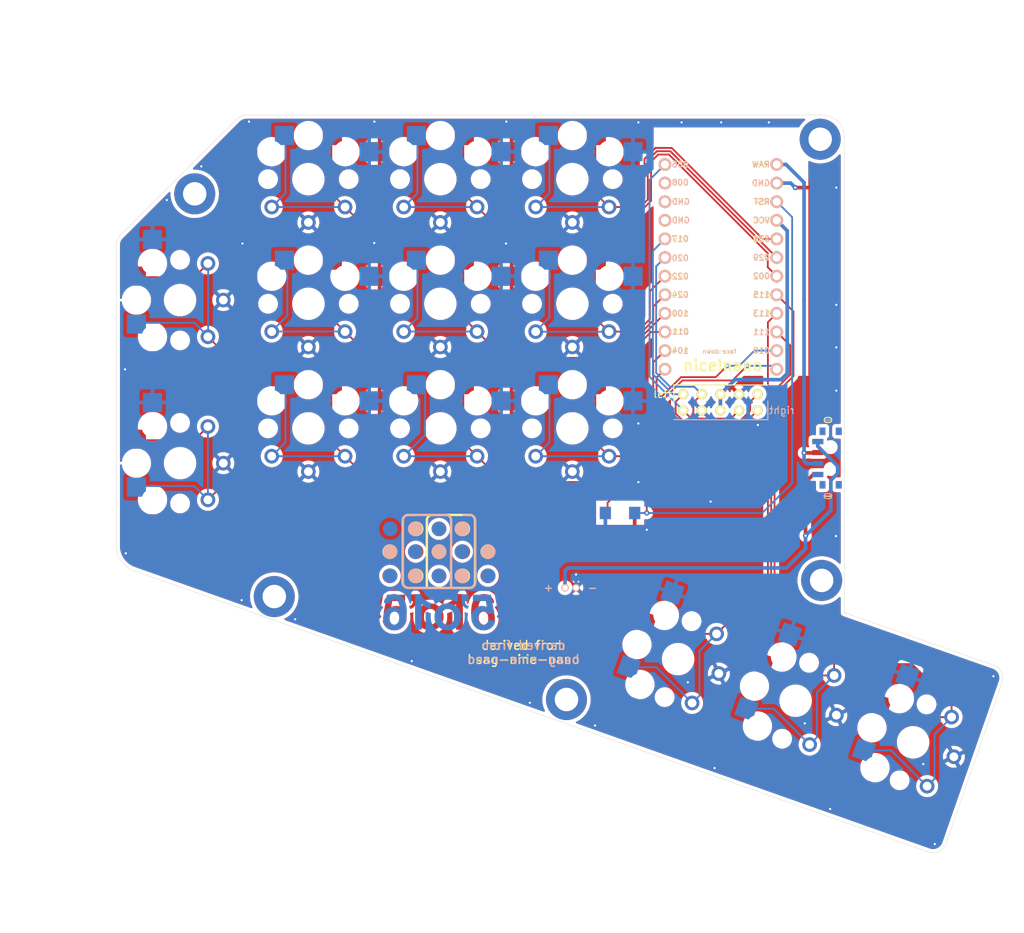
<source format=kicad_pcb>
(kicad_pcb (version 20211014) (generator pcbnew)
  (title_block (title "5o17 Nice Nano") (date "2022-11-12") (rev "v1.17.0"))
  (layers (0 "F.Cu" signal) (31 "B.Cu" signal) (34 "B.Paste" user) (35 "F.Paste" user) (36 "B.SilkS" user "B.Silkscreen") (37 "F.SilkS" user "F.Silkscreen") (38 "B.Mask" user) (39 "F.Mask" user) (44 "Edge.Cuts" user))
  (net 0 "")
  (net 1 "BAT+")
  (net 2 "GND")
  (net 3 "MOSI")
  (net 4 "SCK")
  (net 5 "VCC")
  (net 6 "CS")
  (net 7 "RST")
  (net 8 "D14")
  (net 9 "D5")
  (net 10 "D6")
  (net 11 "D15")
  (net 12 "BATIN")
  (net 13 "D21")
  (net 14 "D20")
  (net 15 "D19")
  (net 17 "D8")
  (net 18 "D7")
  (net 21 "D4")
  (net 22 "D9")
  (net 23 "D10")
  (net 24 "D11")
  (net 25 "D16")
  (footprint "MountingHole:MountingHole_3.2mm_M3_DIN965_Pad" (layer "F.Cu") (at 97.066955 61.038124)
    (fp_text reference "REF**" hide)
    (fp_text value "MountingHole_3.2mm_M3_DIN965_Pad" hide)
  )
  (footprint "MountingHole:MountingHole_3.2mm_M3_DIN965_Pad" (layer "F.Cu") (at 147.766954 130.038124)
    (fp_text reference "REF**" hide)
    (fp_text value "MountingHole_3.2mm_M3_DIN965_Pad" hide)
  )
  (footprint "footprints:OLED_5Pin" (layer "F.Cu") (at 163.676954 90.583124)
    (fp_text reference "J3" hide)
    (fp_text value "nice!view" hide)
  )
  (footprint "footprints:pg1350-rev-hs-1U" (layer "F.Cu") (at 112.566953 59.038124)
    (fp_text reference "SW2" hide)
    (fp_text value "SW_Push" hide)
  )
  (footprint "footprints:pg1350-rev-hs-1U" (layer "F.Cu") (at 148.566954 59.038124)
    (fp_text reference "SW4" hide)
    (fp_text value "SW_Push" hide)
  )
  (footprint "footprints:pg1350-rev-hs-1.25U" (layer "F.Cu") (at 95.066954 97.788124)
    (fp_text reference "SW8" hide)
    (fp_text value "SW_Push" hide)
  )
  (footprint "footprints:pwr-sw-smd-pcm12" (layer "F.Cu") (at 183.466953 97.088124 90)
    (fp_text reference "SWF1" hide)
    (fp_text value "Power on/off switch" hide)
  )
  (footprint "footprints:JST-ZH-2p-1.5" (layer "F.Cu") (at 148.316954 114.788124)
    (fp_text reference "J1" hide)
    (fp_text value "JST connector" hide)
  )
  (footprint "footprints:pg1350-rev-hs-1.25U" (layer "F.Cu") (at 179.009857 130.202239 -19.5)
    (fp_text reference "SW13" hide)
    (fp_text value "SW_Push" hide)
  )
  (footprint "MountingHole:MountingHole_3.2mm_M3_DIN965_Pad" (layer "F.Cu") (at 182.566953 113.788124)
    (fp_text reference "REF**" hide)
    (fp_text value "MountingHole_3.2mm_M3_DIN965_Pad" hide)
  )
  (footprint "footprints:pg1350-rev-hs-1U" (layer "F.Cu") (at 112.566953 93.038124)
    (fp_text reference "SW9" hide)
    (fp_text value "SW_Push" hide)
  )
  (footprint "footprints:pg1350-rev-hs-1U" (layer "F.Cu") (at 130.566955 76.038123)
    (fp_text reference "SW6" hide)
    (fp_text value "SW_Push" hide)
  )
  (footprint "footprints:b3u1000p" (layer "F.Cu") (at 155.066953 104.588124 180)
    (fp_text reference "RESET1" hide)
    (fp_text value "SW_Push" hide)
  )
  (footprint "MountingHole:MountingHole_3.2mm_M3_DIN965_Pad" (layer "F.Cu") (at 107.916954 115.988124)
    (fp_text reference "REF**" hide)
    (fp_text value "MountingHole_3.2mm_M3_DIN965_Pad" hide)
  )
  (footprint "footprints:pg1350-rev-hs-1U" (layer "F.Cu") (at 95.066954 75.538123 90)
    (fp_text reference "SW1" hide)
    (fp_text value "SW_Push" hide)
  )
  (footprint "MountingHole:MountingHole_3.2mm_M3_DIN965_Pad" (layer "F.Cu") (at 182.366954 53.588124)
    (fp_text reference "REF**" hide)
    (fp_text value "MountingHole_3.2mm_M3_DIN965_Pad" hide)
  )
  (footprint "footprints:pg1350-rev-hs-1U" (layer "F.Cu") (at 148.566953 76.038123)
    (fp_text reference "SW7" hide)
    (fp_text value "SW_Push" hide)
  )
  (footprint "footprints:nine-silk" (layer "F.Cu") (at 138 110)
    (fp_text reference "G***" hide)
    (fp_text value "LOGO" hide)
  )
  (footprint "footprints:pg1350-rev-hs-1U" (layer "F.Cu") (at 148.566953 93.038124)
    (fp_text reference "SW11" hide)
    (fp_text value "SW_Push" hide)
  )
  (footprint "footprints:pg1350-rev-hs-1.25U" (layer "F.Cu") (at 195.034763 135.876956 -19.5)
    (fp_text reference "SW13" hide)
    (fp_text value "SW_Push" hide)
  )
  (footprint "footprints:OLED_5Pin" (layer "F.Cu") (at 163.676954 88.383124)
    (fp_text reference "J2" hide)
    (fp_text value "nice!view" hide)
  )
  (footprint "footprints:nice-nano-no-rev" (layer "F.Cu") (at 168.816953 69.738124)
    (fp_text reference "U1" hide)
    (fp_text value "nice_nano" hide)
  )
  (footprint "footprints:pg1350-rev-hs-1U" (layer "F.Cu") (at 130.566953 93.038124)
    (fp_text reference "SW10" hide)
    (fp_text value "SW_Push" hide)
  )
  (footprint "footprints:pg1350-rev-hs-1U" (layer "F.Cu") (at 130.566953 59.038124)
    (fp_text reference "SW3" hide)
    (fp_text value "SW_Push" hide)
  )
  (footprint "footprints:pg1350-rev-hs-1.25U" (layer "F.Cu") (at 162.984954 124.527524 -19.5)
    (fp_text reference "SW12" hide)
    (fp_text value "SW_Push" hide)
  )
  (footprint "footprints:pg1350-rev-hs-1U" (layer "F.Cu") (at 112.566954 76.038125)
    (fp_text reference "SW5" hide)
    (fp_text value "SW_Push" hide)
  )
  (footprint "footprints:nine-silk" (layer "B.Cu") (at 122.757268 110 180)
    (fp_text reference "G***" hide)
    (fp_text value "LOGO" hide)
  )
  (gr_line locked (start 86.816953 66.838124) (end 102.716953 50.938124) (layer "Edge.Cuts") (width 0.05))
  (gr_line locked (start 86.366954 108.863124) (end 86.366953 68.088124) (layer "Edge.Cuts") (width 0.05))
  (gr_line locked (start 104.166955 50.288125) (end 182.466953 50.288123) (layer "Edge.Cuts") (width 0.05))
  (gr_arc locked (start 199.46686 149.81284) (mid 198.435184 150.8228) (end 196.991859 150.78784) (layer "Edge.Cuts") (width 0.05))
  (gr_line locked (start 196.991859 150.78784) (end 88.916953 112.488124) (layer "Edge.Cuts") (width 0.05))
  (gr_arc locked (start 86.366953 68.088124) (mid 86.465933 67.417752) (end 86.816953 66.838124) (layer "Edge.Cuts") (width 0.05))
  (gr_arc locked (start 88.916953 112.488124) (mid 87.013068 111.118006) (end 86.366954 108.863124) (layer "Edge.Cuts") (width 0.05))
  (gr_line locked (start 185.666954 53.488124) (end 185.666954 118.188124) (layer "Edge.Cuts") (width 0.05))
  (gr_line locked (start 185.666954 118.188124) (end 206.06686 125.362841) (layer "Edge.Cuts") (width 0.05))
  (gr_line locked (start 207.131873 127.856169) (end 199.46686 149.81284) (layer "Edge.Cuts") (width 0.05))
  (gr_arc locked (start 182.466953 50.288123) (mid 184.78043 51.174648) (end 185.666954 53.488124) (layer "Edge.Cuts") (width 0.05))
  (gr_arc locked (start 206.06686 125.362841) (mid 207.146746 126.375703) (end 207.131873 127.856169) (layer "Edge.Cuts") (width 0.05))
  (gr_arc locked (start 102.716953 50.938124) (mid 103.37035 50.453386) (end 104.166955 50.288125) (layer "Edge.Cuts") (width 0.05))
  (gr_text "derived from\nbsag-nine-nano" (at 141.9 123.6) (layer "B.SilkS") (effects (font (size 1.2 1.2) (thickness 0.2)) (justify mirror)))
  (gr_text "derived from\nbsag-nine-nano" (at 141.9 123.6) (layer "F.SilkS") (effects (font (size 1.2 1.2) (thickness 0.2))))
  (segment locked (start 180.366954 100.388123) (end 181.416953 99.338124) (width 0.5) (layer "F.Cu") (net 1))
  (segment locked (start 180.366953 107.688124) (end 180.366954 100.388123) (width 0.5) (layer "F.Cu") (net 1))
  (segment locked (start 181.416953 99.338124) (end 182.036954 99.338123) (width 0.5) (layer "F.Cu") (net 1))
  (via locked (at 180.366953 107.688124) (size 0.7) (drill 0.3) (layers "F.Cu" "B.Cu") (net 1))
  (segment (start 177.736876 112.088124) (end 180.366953 109.458047) (width 0.5) (layer "B.Cu") (net 1))
  (segment (start 180.366953 109.458047) (end 180.366953 107.688124) (width 0.5) (layer "B.Cu") (net 1))
  (segment locked (start 182.036953 94.838124) (end 182.036954 95.484618) (width 0.5) (layer "B.Cu") (net 1))
  (segment locked (start 183.816953 100.118124) (end 183.816953 104.238124) (width 0.5) (layer "B.Cu") (net 1))
  (segment locked (start 184.746954 98.19462) (end 184.746954 99.188123) (width 0.5) (layer "B.Cu") (net 1))
  (segment locked (start 182.036954 95.484618) (end 184.746954 98.19462) (width 0.5) (layer "B.Cu") (net 1))
  (segment locked (start 147.566954 112.488123) (end 147.966955 112.088124) (width 0.5) (layer "B.Cu") (net 1))
  (segment locked (start 183.816953 104.238124) (end 180.366953 107.688124) (width 0.5) (layer "B.Cu") (net 1))
  (segment (start 147.966955 112.088124) (end 177.736876 112.088124) (width 0.5) (layer "B.Cu") (net 1))
  (segment locked (start 184.746954 99.188123) (end 183.816953 100.118124) (width 0.5) (layer "B.Cu") (net 1))
  (segment locked (start 147.566955 114.788124) (end 147.566954 112.488123) (width 0.5) (layer "B.Cu") (net 1))
  (segment (start 178.966955 60.188124) (end 184.566953 60.188124) (width 0.5) (layer "F.Cu") (net 2))
  (segment (start 158.716954 106.875) (end 157.1 106.875) (width 0.5) (layer "F.Cu") (net 2))
  (segment (start 157.1 106.875) (end 157.066953 106.841953) (width 0.5) (layer "F.Cu") (net 2))
  (segment (start 157.066953 106.841953) (end 157.066953 104.588124) (width 0.5) (layer "F.Cu") (net 2))
  (via locked (at 139.566953 51.188124) (size 0.7) (drill 0.3) (layers "F.Cu" "B.Cu") (net 2))
  (via locked (at 149.066955 112.988124) (size 0.7) (drill 0.3) (layers "F.Cu" "B.Cu") (net 2))
  (via locked (at 184.566953 81.988124) (size 0.7) (drill 0.3) (layers "F.Cu" "B.Cu") (net 2))
  (via (at 158.716954 106.875) (size 0.7) (drill 0.3) (layers "F.Cu" "B.Cu") (net 2))
  (via locked (at 126.666953 124.788124) (size 0.7) (drill 0.3) (layers "F.Cu" "B.Cu") (net 2))
  (via locked (at 175.366953 51.288124) (size 0.7) (drill 0.3) (layers "F.Cu" "B.Cu") (net 2))
  (via locked (at 173.866953 92.588123) (size 0.7) (drill 0.3) (layers "F.Cu" "B.Cu") (net 2))
  (via (at 157.566953 92.375) (size 0.7) (drill 0.3) (layers "F.Cu" "B.Cu") (net 2))
  (via locked (at 184.566953 76.188124) (size 0.7) (drill 0.3) (layers "F.Cu" "B.Cu") (net 2))
  (via locked (at 163.466953 51.288123) (size 0.7) (drill 0.3) (layers "F.Cu" "B.Cu") (net 2))
  (via locked (at 142.766954 130.488125) (size 0.7) (drill 0.3) (layers "F.Cu" "B.Cu") (net 2))
  (via locked (at 97.966953 57.288123) (size 0.7) (drill 0.3) (layers "F.Cu" "B.Cu") (net 2))
  (via locked (at 103.466955 116.488124) (size 0.7) (drill 0.3) (layers "F.Cu" "B.Cu") (net 2))
  (via locked (at 178.966955 60.188124) (size 0.7) (drill 0.3) (layers "F.Cu" "B.Cu") (net 2))
  (via locked (at 87.666953 110.088124) (size 0.7) (drill 0.3) (layers "F.Cu" "B.Cu") (net 2))
  (via locked (at 151.666954 133.588124) (size 0.7) (drill 0.3) (layers "F.Cu" "B.Cu") (net 2))
  (via locked (at 205.99186 126.862841) (size 0.7) (drill 0.3) (layers "F.Cu" "B.Cu") (net 2))
  (via locked (at 167.966954 139.388124) (size 0.7) (drill 0.3) (layers "F.Cu" "B.Cu") (net 2))
  (via (at 139.525 67.825) (size 0.7) (drill 0.3) (layers "F.Cu" "B.Cu") (net 2))
  (via locked (at 184.566953 60.188124) (size 0.7) (drill 0.3) (layers "F.Cu" "B.Cu") (net 2))
  (via locked (at 197.99186 149.762841) (size 0.7) (drill 0.3) (layers "F.Cu" "B.Cu") (net 2))
  (via (at 183.71994 144.976289) (size 0.7) (drill 0.3) (layers "F.Cu" "B.Cu") (net 2))
  (via locked (at 184.516953 107.738124) (size 0.7) (drill 0.3) (layers "F.Cu" "B.Cu") (net 2))
  (via (at 121.55 67.75) (size 0.7) (drill 0.3) (layers "F.Cu" "B.Cu") (net 2))
  (via locked (at 164.316954 127.688125) (size 0.7) (drill 0.3) (layers "F.Cu" "B.Cu") (net 2))
  (via locked (at 167.416954 103.038125) (size 0.7) (drill 0.3) (layers "F.Cu" "B.Cu") (net 2))
  (via locked (at 180.266954 133.288125) (size 0.7) (drill 0.3) (layers "F.Cu" "B.Cu") (net 2))
  (via locked (at 184.566953 87.888124) (size 0.7) (drill 0.3) (layers "F.Cu" "B.Cu") (net 2))
  (via locked (at 121.566953 51.188124) (size 0.7) (drill 0.3) (layers "F.Cu" "B.Cu") (net 2))
  (via locked (at 168.866955 51.288125) (size 0.7) (drill 0.3) (layers "F.Cu" "B.Cu") (net 2))
  (via locked (at 157.566955 51.288124) (size 0.7) (drill 0.3) (layers "F.Cu" "B.Cu") (net 2))
  (via locked (at 110.766953 119.088124) (size 0.7) (drill 0.3) (layers "F.Cu" "B.Cu") (net 2))
  (via locked (at 93.266954 61.888123) (size 0.7) (drill 0.3) (layers "F.Cu" "B.Cu") (net 2))
  (via locked (at 157.566953 100.388123) (size 0.7) (drill 0.3) (layers "F.Cu" "B.Cu") (net 2))
  (via (at 196.425 138.85) (size 0.7) (drill 0.3) (layers "F.Cu" "B.Cu") (net 2))
  (via locked (at 87.566954 84.988124) (size 0.7) (drill 0.3) (layers "F.Cu" "B.Cu") (net 2))
  (via (at 103.575 67.825) (size 0.7) (drill 0.3) (layers "F.Cu" "B.Cu") (net 2))
  (via locked (at 104.466955 51.188124) (size 0.7) (drill 0.3) (layers "F.Cu" "B.Cu") (net 2))
  (segment locked (start 172.545453 91.266624) (end 173.866953 92.588123) (width 0.5) (layer "B.Cu") (net 2))
  (segment locked (start 172.545454 89.631624) (end 172.545453 91.266624) (width 0.5) (layer "B.Cu") (net 2))
  (segment locked (start 171.296954 88.383123) (end 172.545454 89.631624) (width 0.5) (layer "B.Cu") (net 2))
  (segment locked (start 149.066953 114.788124) (end 149.066955 112.988124) (width 0.5) (layer "B.Cu") (net 2))
  (segment (start 153.066953 106.791953) (end 153.15 106.875) (width 0.5) (layer "B.Cu") (net 2))
  (segment (start 153.15 106.875) (end 158.716954 106.875) (width 0.5) (layer "B.Cu") (net 2))
  (segment locked (start 168.221953 92.588124) (end 173.866953 92.588123) (width 0.5) (layer "B.Cu") (net 2))
  (segment locked (start 176.436955 59.572124) (end 178.350955 59.572123) (width 0.5) (layer "B.Cu") (net 2))
  (segment locked (start 178.350955 59.572123) (end 178.966955 60.188124) (width 0.5) (layer "B.Cu") (net 2))
  (segment locked (start 166.216953 90.583124) (end 168.221953 92.588124) (width 0.5) (layer "B.Cu") (net 2))
  (segment (start 153.066953 104.588124) (end 153.066953 106.791953) (width 0.5) (layer "B.Cu") (net 2))
  (segment locked (start 173.836953 90.583123) (end 171.813455 92.606625) (width 0.25) (layer "F.Cu") (net 3))
  (segment locked (start 162.653453 91.007072) (end 162.653454 89.406623) (width 0.25) (layer "F.Cu") (net 3))
  (segment locked (start 162.653454 89.406623) (end 163.676954 88.383124) (width 0.25) (layer "F.Cu") (net 3))
  (segment locked (start 164.253007 92.606624) (end 162.653453 91.007072) (width 0.25) (layer "F.Cu") (net 3))
  (segment locked (start 171.813455 92.606625) (end 164.253007 92.606624) (width 0.25) (layer "F.Cu") (net 3))
  (segment locked (start 159.545655 85.656115) (end 159.545653 68.843424) (width 0.25) (layer "B.Cu") (net 3))
  (segment locked (start 162.272663 88.383124) (end 159.545655 85.656115) (width 0.25) (layer "B.Cu") (net 3))
  (segment locked (start 159.545653 68.843424) (end 161.196955 67.192124) (width 0.25) (layer "B.Cu") (net 3))
  (segment locked (start 163.676954 88.383124) (end 162.272663 88.383124) (width 0.25) (layer "B.Cu") (net 3))
  (segment locked (start 165.066953 89.533124) (end 166.216953 88.383124) (width 0.25) (layer "F.Cu") (net 4))
  (segment locked (start 171.296953 90.583124) (end 170.173453 91.706623) (width 0.25) (layer "F.Cu") (net 4))
  (segment locked (start 165.751584 91.706624) (end 165.066953 91.021993) (width 0.25) (layer "F.Cu") (net 4))
  (segment locked (start 170.173453 91.706623) (end 165.751584 91.706624) (width 0.25) (layer "F.Cu") (net 4))
  (segment locked (start 165.066953 91.021993) (end 165.066953 89.533124) (width 0.25) (layer "F.Cu") (net 4))
  (segment locked (start 159.995654 85.469718) (end 159.995653 70.933424) (width 0.25) (layer "B.Cu") (net 4))
  (segment locked (start 166.216953 88.383124) (end 165.193453 87.359624) (width 0.25) (layer "B.Cu") (net 4))
  (segment locked (start 165.193453 87.359624) (end 161.885558 87.359624) (width 0.25) (layer "B.Cu") (net 4))
  (segment locked (start 159.995653 70.933424) (end 161.196953 69.732124) (width 0.25) (layer "B.Cu") (net 4))
  (segment locked (start 161.885558 87.359624) (end 159.995654 85.469718) (width 0.25) (layer "B.Cu") (net 4))
  (segment locked (start 168.756954 88.383123) (end 170.741655 86.398423) (width 0.5) (layer "B.Cu") (net 5))
  (segment locked (start 177.866954 85.559216) (end 177.866954 66.082124) (width 0.5) (layer "B.Cu") (net 5))
  (segment locked (start 177.866954 66.082124) (end 176.436955 64.652124) (width 0.5) (layer "B.Cu") (net 5))
  (segment locked (start 170.741655 86.398423) (end 177.027748 86.398423) (width 0.5) (layer "B.Cu") (net 5))
  (segment locked (start 168.756955 90.583124) (end 168.756954 88.383123) (width 0.5) (layer "B.Cu") (net 5))
  (segment locked (start 177.027748 86.398423) (end 177.866954 85.559216) (width 0.5) (layer "B.Cu") (net 5))
  (segment locked (start 163.676954 90.583124) (end 165.250454 92.156625) (width 0.25) (layer "F.Cu") (net 6))
  (segment locked (start 171.298454 92.156623) (end 172.813454 90.641624) (width 0.25) (layer "F.Cu") (net 6))
  (segment locked (start 165.250454 92.156625) (end 171.298454 92.156623) (width 0.25) (layer "F.Cu") (net 6))
  (segment locked (start 172.813454 90.641624) (end 172.813453 89.406624) (width 0.25) (layer "F.Cu") (net 6))
  (segment locked (start 172.813453 89.406624) (end 173.836953 88.383124) (width 0.25) (layer "F.Cu") (net 6))
  (segment locked (start 159.095653 86.001824) (end 163.676954 90.583124) (width 0.25) (layer "B.Cu") (net 6))
  (segment locked (start 159.095653 59.133424) (end 159.095653 86.001824) (width 0.25) (layer "B.Cu") (net 6))
  (segment locked (start 161.196953 57.032124) (end 159.095653 59.133424) (width 0.25) (layer "B.Cu") (net 6))
  (segment (start 158.013125 102.538125) (end 158.716954 103.241954) (width 0.25) (layer "F.Cu") (net 7))
  (segment (start 156.666954 102.538125) (end 158.013125 102.538125) (width 0.25) (layer "F.Cu") (net 7))
  (segment (start 158.716954 103.241954) (end 158.716954 104.588125) (width 0.25) (layer "F.Cu") (net 7))
  (segment locked (start 153.366953 104.588124) (end 153.366954 103.188124) (width 0.25) (layer "F.Cu") (net 7))
  (segment locked (start 153.366954 103.188124) (end 154.016953 102.538123) (width 0.25) (layer "F.Cu") (net 7))
  (segment locked (start 154.016953 102.538123) (end 156.666954 102.538125) (width 0.25) (layer "F.Cu") (net 7))
  (via locked (at 158.716954 104.588125) (size 0.7) (drill 0.3) (layers "F.Cu" "B.Cu") (net 7))
  (segment (start 178.541953 88.766953) (end 178.541954 64.217123) (width 0.25) (layer "B.Cu") (net 7))
  (segment (start 174.461875 104.588125) (end 178.541953 100.508047) (width 0.25) (layer "B.Cu") (net 7))
  (segment (start 158.716954 104.588125) (end 174.461875 104.588125) (width 0.25) (layer "B.Cu") (net 7))
  (segment locked (start 178.541954 64.217123) (end 176.436953 62.112124) (width 0.25) (layer "B.Cu") (net 7))
  (segment (start 178.541953 100.508047) (end 178.541953 88.766953) (width 0.25) (layer "B.Cu") (net 7))
  (segment locked (start 156.766953 104.588124) (end 158.716954 104.588125) (width 0.25) (layer "B.Cu") (net 7))
  (segment (start 175.685654 88.30295) (end 175.685654 114.385654) (width 0.25) (layer "F.Cu") (net 8))
  (segment (start 184.260929 126.757499) (end 176.122921 126.757499) (width 0.25) (layer "F.Cu") (net 8))
  (segment (start 176.122921 126.757499) (end 174.49436 125.128937) (width 0.25) (layer "F.Cu") (net 8))
  (segment (start 175.685654 114.385654) (end 184.260929 122.960929) (width 0.25) (layer "F.Cu") (net 8))
  (segment (start 178.266955 81.722124) (end 178.266955 85.721649) (width 0.25) (layer "F.Cu") (net 8))
  (segment (start 176.436953 79.892124) (end 178.266955 81.722124) (width 0.25) (layer "F.Cu") (net 8))
  (segment (start 184.260929 122.960929) (end 184.260929 126.757499) (width 0.25) (layer "F.Cu") (net 8))
  (segment (start 178.266955 85.721649) (end 175.685654 88.30295) (width 0.25) (layer "F.Cu") (net 8))
  (segment locked (start 172.307925 131.30324) (end 176.042187 131.30324) (width 0.25) (layer "B.Cu") (net 8))
  (segment locked (start 181.92286 129.095568) (end 184.260929 126.757499) (width 0.25) (layer "B.Cu") (net 8))
  (segment locked (start 180.92286 136.183914) (end 181.922861 135.183914) (width 0.25) (layer "B.Cu") (net 8))
  (segment locked (start 176.042187 131.30324) (end 180.92286 136.183914) (width 0.25) (layer "B.Cu") (net 8))
  (segment locked (start 181.922861 135.183914) (end 181.92286 129.095568) (width 0.25) (layer "B.Cu") (net 8))
  (segment (start 149.95 83.4) (end 154.512681 83.4) (width 0.25) (layer "F.Cu") (net 9))
  (segment (start 135.588123 79.838123) (end 139.175 83.425) (width 0.25) (layer "F.Cu") (net 9))
  (segment (start 159.6 78.312681) (end 159.6 76.409077) (width 0.25) (layer "F.Cu") (net 9))
  (segment (start 149.925 83.425) (end 149.95 83.4) (width 0.25) (layer "F.Cu") (net 9))
  (segment (start 135.566955 79.838123) (end 135.588123 79.838123) (width 0.25) (layer "F.Cu") (net 9))
  (segment (start 159.6 76.409077) (end 161.196953 74.812124) (width 0.25) (layer "F.Cu") (net 9))
  (segment (start 133.691952 70.225626) (end 133.691953 77.950623) (width 0.25) (layer "F.Cu") (net 9))
  (segment (start 154.512681 83.4) (end 159.6 78.312681) (width 0.25) (layer "F.Cu") (net 9))
  (segment (start 139.175 83.425) (end 149.925 83.425) (width 0.25) (layer "F.Cu") (net 9))
  (segment (start 133.691953 77.950623) (end 135.566954 79.825625) (width 0.25) (layer "F.Cu") (net 9))
  (segment (start 133.841952 70.075624) (end 133.691952 70.225626) (width 0.25) (layer "F.Cu") (net 9))
  (segment (start 127.291952 70.075624) (end 127.441954 70.225624) (width 0.25) (layer "B.Cu") (net 9))
  (segment (start 127.441954 70.225624) (end 127.441953 77.950623) (width 0.25) (layer "B.Cu") (net 9))
  (segment (start 125.566954 79.825624) (end 135.566954 79.825625) (width 0.25) (layer "B.Cu") (net 9))
  (segment (start 127.441953 77.950623) (end 125.566954 79.825624) (width 0.25) (layer "B.Cu") (net 9))
  (segment (start 115.816952 70.075623) (end 115.375 70.517575) (width 0.25) (layer "F.Cu") (net 10))
  (segment (start 117.566954 79.838125) (end 121.603829 83.875) (width 0.25) (layer "F.Cu") (net 10))
  (segment (start 115.375 77.65867) (end 117.541954 79.825624) (width 0.25) (layer "F.Cu") (net 10))
  (segment (start 121.603829 83.875) (end 154.674077 83.875) (width 0.25) (layer "F.Cu") (net 10))
  (segment (start 115.375 70.517575) (end 115.375 77.65867) (width 0.25) (layer "F.Cu") (net 10))
  (segment (start 154.674077 83.875) (end 161.196953 77.352124) (width 0.25) (layer "F.Cu") (net 10))
  (segment (start 109.7 77.667577) (end 107.541953 79.825624) (width 0.25) (layer "B.Cu") (net 10))
  (segment (start 109.7 70.508671) (end 109.7 77.667577) (width 0.25) (layer "B.Cu") (net 10))
  (segment (start 109.266952 70.075623) (end 109.7 70.508671) (width 0.25) (layer "B.Cu") (net 10))
  (segment (start 107.541953 79.825624) (end 117.541954 79.825624) (width 0.25) (layer "B.Cu") (net 10))
  (segment locked (start 175.235654 78.553424) (end 175.235654 98.083155) (width 0.25) (layer "F.Cu") (net 11))
  (segment (start 175.235654 114.083156) (end 171.896905 117.421905) (width 0.25) (layer "F.Cu") (net 11))
  (segment locked (start 160.098015 121.082783) (end 168.236026 121.082783) (width 0.25) (layer "F.Cu") (net 11))
  (segment (start 175.235654 98.083155) (end 175.235654 114.083156) (width 0.25) (layer "F.Cu") (net 11))
  (segment (start 171.896905 117.421905) (end 168.236026 121.082783) (width 0.25) (layer "F.Cu") (net 11))
  (segment locked (start 176.436955 77.352124) (end 175.235654 78.553424) (width 0.25) (layer "F.Cu") (net 11))
  (segment (start 175.235654 114.083155) (end 171.896905 117.421905) (width 0.25) (layer "F.Cu") (net 11))
  (segment locked (start 158.469454 119.454222) (end 160.098015 121.082783) (width 0.25) (layer "F.Cu") (net 11))
  (segment locked (start 164.897958 130.509198) (end 165.897957 129.509197) (width 0.25) (layer "B.Cu") (net 11))
  (segment locked (start 165.897957 129.509197) (end 165.897957 123.420852) (width 0.25) (layer "B.Cu") (net 11))
  (segment locked (start 156.28302 125.628524) (end 160.017282 125.628523) (width 0.25) (layer "B.Cu") (net 11))
  (segment locked (start 165.897957 123.420852) (end 168.236026 121.082783) (width 0.25) (layer "B.Cu") (net 11))
  (segment locked (start 160.017282 125.628523) (end 164.897958 130.509198) (width 0.25) (layer "B.Cu") (net 11))
  (segment locked (start 181.986954 96.388124) (end 182.036953 96.338124) (width 0.5) (layer "F.Cu") (net 12))
  (segment locked (start 180.166953 96.388124) (end 181.986954 96.388124) (width 0.5) (layer "F.Cu") (net 12))
  (via locked (at 180.166953 96.388124) (size 0.7) (drill 0.3) (layers "F.Cu" "B.Cu") (net 12))
  (segment locked (start 182.036954 97.838125) (end 180.516955 97.838124) (width 0.5) (layer "B.Cu") (net 12))
  (segment locked (start 177.710955 57.032123) (end 176.436953 57.032124) (width 0.5) (layer "B.Cu") (net 12))
  (segment locked (start 180.516955 97.838124) (end 180.166954 97.488124) (width 0.5) (layer "B.Cu") (net 12))
  (segment (start 180.166954 59.488124) (end 177.710955 57.032123) (width 0.5) (layer "B.Cu") (net 12))
  (segment locked (start 180.166954 97.488124) (end 180.166953 96.388124) (width 0.5) (layer "B.Cu") (net 12))
  (segment (start 180.166954 75.488124) (end 180.166954 59.488124) (width 0.5) (layer "B.Cu") (net 12))
  (segment locked (start 180.166953 96.388124) (end 180.166954 75.488124) (width 0.5) (layer "B.Cu") (net 12))
  (segment (start 158.4 56.277208) (end 159.902208 54.775) (width 0.25) (layer "F.Cu") (net 13))
  (segment locked (start 151.691952 60.963123) (end 153.566953 62.838123) (width 0.25) (layer "F.Cu") (net 13))
  (segment locked (start 151.691953 53.238125) (end 151.691952 60.963123) (width 0.25) (layer "F.Cu") (net 13))
  (segment (start 157.186876 62.838124) (end 158.4 61.625) (width 0.25) (layer "F.Cu") (net 13))
  (segment (start 153.566954 62.838124) (end 157.186876 62.838124) (width 0.25) (layer "F.Cu") (net 13))
  (segment locked (start 174.533349 67.192124) (end 176.436953 67.192124) (width 0.25) (layer "F.Cu") (net 13))
  (segment (start 158.4 61.625) (end 158.4 56.277208) (width 0.25) (layer "F.Cu") (net 13))
  (segment locked (start 151.841954 53.088124) (end 151.691953 53.238125) (width 0.25) (layer "F.Cu") (net 13))
  (segment (start 159.902208 54.775) (end 162.116224 54.775) (width 0.25) (layer "F.Cu") (net 13))
  (segment (start 162.116224 54.775) (end 174.533349 67.192124) (width 0.25) (layer "F.Cu") (net 13))
  (segment locked (start 145.441955 53.238125) (end 145.441955 60.963123) (width 0.25) (layer "B.Cu") (net 13))
  (segment locked (start 143.566953 62.838124) (end 153.566953 62.838123) (width 0.25) (layer "B.Cu") (net 13))
  (segment locked (start 145.441955 60.963123) (end 143.566953 62.838124) (width 0.25) (layer "B.Cu") (net 13))
  (segment locked (start 145.291954 53.088123) (end 145.441955 53.238125) (width 0.25) (layer "B.Cu") (net 13))
  (segment (start 162.602414 55.897586) (end 176.436953 69.732124) (width 0.25) (layer "F.Cu") (net 14))
  (segment locked (start 135.566953 62.838124) (end 139.416955 66.688124) (width 0.25) (layer "F.Cu") (net 14))
  (segment locked (start 133.691953 60.963124) (end 135.566953 62.838124) (width 0.25) (layer "F.Cu") (net 14))
  (segment (start 139.416955 66.688124) (end 153.973272 66.688124) (width 0.25) (layer "F.Cu") (net 14))
  (segment (start 161.929828 55.225) (end 162.602414 55.897586) (width 0.25) (layer "F.Cu") (net 14))
  (segment (start 158.85 56.463604) (end 160.088604 55.225) (width 0.25) (layer "F.Cu") (net 14))
  (segment (start 160.088604 55.225) (end 161.929828 55.225) (width 0.25) (layer "F.Cu") (net 14))
  (segment (start 162.085654 55.380825) (end 162.602414 55.897586) (width 0.25) (layer "F.Cu") (net 14))
  (segment locked (start 133.841954 53.088124) (end 133.691952 53.238125) (width 0.25) (layer "F.Cu") (net 14))
  (segment (start 158.85 61.811396) (end 158.85 56.463604) (width 0.25) (layer "F.Cu") (net 14))
  (segment locked (start 133.691952 53.238125) (end 133.691953 60.963124) (width 0.25) (layer "F.Cu") (net 14))
  (segment (start 153.973272 66.688124) (end 158.85 61.811396) (width 0.25) (layer "F.Cu") (net 14))
  (segment locked (start 127.441955 53.238125) (end 127.441955 60.963122) (width 0.25) (layer "B.Cu") (net 14))
  (segment locked (start 127.291953 53.088124) (end 127.441955 53.238125) (width 0.25) (layer "B.Cu") (net 14))
  (segment locked (start 125.566954 62.838124) (end 135.566953 62.838124) (width 0.25) (layer "B.Cu") (net 14))
  (segment locked (start 127.441955 60.963122) (end 125.566954 62.838124) (width 0.25) (layer "B.Cu") (net 14))
  (segment (start 154.159668 67.138124) (end 159.3 61.997792) (width 0.25) (layer "F.Cu") (net 15))
  (segment (start 161.743432 55.675) (end 175.216953 69.14852) (width 0.25) (layer "F.Cu") (net 15))
  (segment (start 160.275 55.675) (end 161.743432 55.675) (width 0.25) (layer "F.Cu") (net 15))
  (segment (start 159.3 56.65) (end 160.275 55.675) (width 0.25) (layer "F.Cu") (net 15))
  (segment locked (start 115.691952 53.238125) (end 115.691953 60.963123) (width 0.25) (layer "F.Cu") (net 15))
  (segment locked (start 175.216953 69.353229) (end 175.216954 71.052124) (width 0.25) (layer "F.Cu") (net 15))
  (segment locked (start 175.216954 71.052124) (end 176.436954 72.272124) (width 0.25) (layer "F.Cu") (net 15))
  (segment (start 175.216953 69.14852) (end 175.216953 69.353229) (width 0.25) (layer "F.Cu") (net 15))
  (segment (start 121.866955 67.138124) (end 154.159668 67.138124) (width 0.25) (layer "F.Cu") (net 15))
  (segment (start 159.3 61.997792) (end 159.3 56.65) (width 0.25) (layer "F.Cu") (net 15))
  (segment locked (start 115.691953 60.963123) (end 117.566954 62.838125) (width 0.25) (layer "F.Cu") (net 15))
  (segment locked (start 115.841954 53.088123) (end 115.691952 53.238125) (width 0.25) (layer "F.Cu") (net 15))
  (segment locked (start 117.566954 62.838125) (end 121.866955 67.138124) (width 0.25) (layer "F.Cu") (net 15))
  (segment locked (start 109.441954 60.963123) (end 107.566954 62.838124) (width 0.25) (layer "B.Cu") (net 15))
  (segment locked (start 109.441954 53.238125) (end 109.441954 60.963123) (width 0.25) (layer "B.Cu") (net 15))
  (segment locked (start 107.566954 62.838124) (end 117.566954 62.838125) (width 0.25) (layer "B.Cu") (net 15))
  (segment locked (start 109.291953 53.088123) (end 109.441954 53.238125) (width 0.25) (layer "B.Cu") (net 15))
  (segment (start 153.566953 96.838124) (end 158.102688 96.838124) (width 0.25) (layer "F.Cu") (net 17))
  (segment (start 159.6 84.029077) (end 161.196953 82.432124) (width 0.25) (layer "F.Cu") (net 17))
  (segment locked (start 151.691952 87.238125) (end 151.691953 94.963123) (width 0.25) (layer "F.Cu") (net 17))
  (segment locked (start 151.841953 87.088124) (end 151.691952 87.238125) (width 0.25) (layer "F.Cu") (net 17))
  (segment (start 159.6 95.340812) (end 159.6 84.029077) (width 0.25) (layer "F.Cu") (net 17))
  (segment (start 158.102688 96.838124) (end 159.6 95.340812) (width 0.25) (layer "F.Cu") (net 17))
  (segment locked (start 151.691953 94.963123) (end 153.566954 96.838124) (width 0.25) (layer "F.Cu") (net 17))
  (segment locked (start 145.291954 87.088125) (end 145.441955 87.238125) (width 0.25) (layer "B.Cu") (net 17))
  (segment locked (start 145.441954 94.963123) (end 143.566955 96.838124) (width 0.25) (layer "B.Cu") (net 17))
  (segment locked (start 145.441955 87.238125) (end 145.441954 94.963123) (width 0.25) (layer "B.Cu") (net 17))
  (segment locked (start 143.566955 96.838124) (end 153.566954 96.838124) (width 0.25) (layer "B.Cu") (net 17))
  (segment (start 159.293349 79.892124) (end 161.196953 79.892124) (width 0.25) (layer "F.Cu") (net 18))
  (segment (start 154.860473 84.325) (end 159.293349 79.892124) (width 0.25) (layer "F.Cu") (net 18))
  (segment (start 97.38379 72.03379) (end 98.904455 70.513125) (width 0.25) (layer "F.Cu") (net 18))
  (segment (start 102.653831 84.325) (end 154.860473 84.325) (width 0.25) (layer "F.Cu") (net 18))
  (segment (start 89.154455 72.238127) (end 89.304453 72.388127) (width 0.25) (layer "F.Cu") (net 18))
  (segment (start 97.004456 72.413124) (end 97.38379 72.03379) (width 0.25) (layer "F.Cu") (net 18))
  (segment (start 98.866954 80.538123) (end 102.653831 84.325) (width 0.25) (layer "F.Cu") (net 18))
  (segment (start 97.029454 72.388125) (end 97.38379 72.03379) (width 0.25) (layer "F.Cu") (net 18))
  (segment (start 89.116954 72.263123) (end 89.266955 72.413124) (width 0.25) (layer "F.Cu") (net 18))
  (segment (start 89.266955 72.413124) (end 97.004456 72.413124) (width 0.25) (layer "F.Cu") (net 18))
  (segment (start 89.304454 78.638123) (end 97.029453 78.638125) (width 0.25) (layer "B.Cu") (net 18))
  (segment (start 98.904453 80.513125) (end 98.904455 70.513125) (width 0.25) (layer "B.Cu") (net 18))
  (segment (start 89.154455 78.788125) (end 89.304454 78.638123) (width 0.25) (layer "B.Cu") (net 18))
  (segment (start 97.029453 78.638125) (end 98.904453 80.513125) (width 0.25) (layer "B.Cu") (net 18))
  (segment (start 151.641951 70.250624) (end 151.641953 77.975622) (width 0.25) (layer "F.Cu") (net 21))
  (segment (start 153.566953 79.838123) (end 157.438162 79.838123) (width 0.25) (layer "F.Cu") (net 21))
  (segment (start 159.15 74.319077) (end 161.196953 72.272124) (width 0.25) (layer "F.Cu") (net 21))
  (segment (start 151.791952 70.100624) (end 151.641951 70.250624) (width 0.25) (layer "F.Cu") (net 21))
  (segment (start 151.641953 77.975622) (end 153.516953 79.850624) (width 0.25) (layer "F.Cu") (net 21))
  (segment (start 159.15 78.126285) (end 159.15 74.319077) (width 0.25) (layer "F.Cu") (net 21))
  (segment (start 157.438162 79.838123) (end 159.15 78.126285) (width 0.25) (layer "F.Cu") (net 21))
  (segment (start 145.441954 77.925622) (end 143.516954 79.850624) (width 0.25) (layer "B.Cu") (net 21))
  (segment (start 145.441954 70.238124) (end 145.441954 77.925622) (width 0.25) (layer "B.Cu") (net 21))
  (segment (start 143.516954 79.850624) (end 153.516953 79.850624) (width 0.25) (layer "B.Cu") (net 21))
  (segment (start 145.291953 70.088123) (end 145.441954 70.238124) (width 0.25) (layer "B.Cu") (net 21))
  (segment (start 145.241952 70.100624) (end 145.391954 70.250625) (width 0.25) (layer "B.Cu") (net 21))
  (segment (start 160.05 86.119077) (end 161.196953 84.972124) (width 0.25) (layer "F.Cu") (net 22))
  (segment (start 155.214084 100.363124) (end 160.05 95.527208) (width 0.25) (layer "F.Cu") (net 22))
  (segment locked (start 133.841953 87.088124) (end 133.691952 87.238124) (width 0.25) (layer "F.Cu") (net 22))
  (segment locked (start 135.566954 96.838124) (end 139.091953 100.363124) (width 0.25) (layer "F.Cu") (net 22))
  (segment locked (start 133.691952 87.238124) (end 133.691954 94.963123) (width 0.25) (layer "F.Cu") (net 22))
  (segment locked (start 139.091953 100.363124) (end 152.282351 100.363124) (width 0.25) (layer "F.Cu") (net 22))
  (segment (start 152.282351 100.363124) (end 155.214084 100.363124) (width 0.25) (layer "F.Cu") (net 22))
  (segment (start 160.05 95.527208) (end 160.05 86.119077) (width 0.25) (layer "F.Cu") (net 22))
  (segment locked (start 133.691954 94.963123) (end 135.566954 96.838124) (width 0.25) (layer "F.Cu") (net 22))
  (segment locked (start 127.291953 87.088124) (end 128.477453 88.273623) (width 0.25) (layer "B.Cu") (net 22))
  (segment locked (start 128.477452 93.927624) (end 125.566955 96.838124) (width 0.25) (layer "B.Cu") (net 22))
  (segment locked (start 125.566955 96.838124) (end 135.566954 96.838124) (width 0.25) (layer "B.Cu") (net 22))
  (segment locked (start 128.477453 88.273623) (end 128.477452 93.927624) (width 0.25) (layer "B.Cu") (net 22))
  (segment locked (start 121.541953 100.813124) (end 152.468745 100.813123) (width 0.25) (layer "F.Cu") (net 23))
  (segment locked (start 115.691954 87.238124) (end 115.691952 94.963123) (width 0.25) (layer "F.Cu") (net 23))
  (segment (start 168.125 86.05) (end 163.388604 86.05) (width 0.25) (layer "F.Cu") (net 23))
  (segment (start 169.675 84.5) (end 168.125 86.05) (width 0.25) (layer "F.Cu") (net 23))
  (segment (start 155.40048 100.813124) (end 152.468745 100.813123) (width 0.25) (layer "F.Cu") (net 23))
  (segment (start 160.5 95.713604) (end 155.40048 100.813124) (width 0.25) (layer "F.Cu") (net 23))
  (segment (start 160.5 88.938604) (end 160.5 95.713604) (width 0.25) (layer "F.Cu") (net 23))
  (segment (start 163.388604 86.05) (end 160.5 88.938604) (width 0.25) (layer "F.Cu") (net 23))
  (segment locked (start 117.566954 96.838124) (end 121.541953 100.813124) (width 0.25) (layer "F.Cu") (net 23))
  (segment locked (start 115.691952 94.963123) (end 117.566954 96.838124) (width 0.25) (layer "F.Cu") (net 23))
  (segment locked (start 115.841954 87.088125) (end 115.691954 87.238124) (width 0.25) (layer "F.Cu") (net 23))
  (via (at 169.675 84.5) (size 0.7) (drill 0.3) (layers "F.Cu" "B.Cu") (net 23))
  (segment (start 173.392876 82.432124) (end 171.325 84.5) (width 0.25) (layer "B.Cu") (net 23))
  (segment locked (start 109.441954 87.238125) (end 109.441954 94.963123) (width 0.25) (layer "B.Cu") (net 23))
  (segment locked (start 109.291955 87.088124) (end 109.441954 87.238125) (width 0.25) (layer "B.Cu") (net 23))
  (segment (start 176.436953 82.432124) (end 173.392876 82.432124) (width 0.25) (layer "B.Cu") (net 23))
  (segment locked (start 107.566954 96.838123) (end 117.566954 96.838124) (width 0.25) (layer "B.Cu") (net 23))
  (segment (start 171.325 84.5) (end 169.675 84.5) (width 0.25) (layer "B.Cu") (net 23))
  (segment locked (start 109.441954 94.963123) (end 107.566954 96.838123) (width 0.25) (layer "B.Cu") (net 23))
  (segment (start 160.95 95.9) (end 160.95 89.125) (width 0.25) (layer "F.Cu") (net 24))
  (segment locked (start 96.991954 94.663125) (end 98.866953 92.788123) (width 0.25) (layer "F.Cu") (net 24))
  (segment locked (start 100.391954 101.263124) (end 152.655141 101.263124) (width 0.25) (layer "F.Cu") (net 24))
  (segment (start 155.586876 101.263124) (end 160.95 95.9) (width 0.25) (layer "F.Cu") (net 24))
  (segment locked (start 89.116953 94.513124) (end 89.266955 94.663124) (width 0.25) (layer "F.Cu") (net 24))
  (segment (start 170.4 86.5) (end 172.4 84.5) (width 0.25) (layer "F.Cu") (net 24))
  (segment locked (start 98.866955 102.788124) (end 100.391954 101.263124) (width 0.25) (layer "F.Cu") (net 24))
  (segment locked (start 89.266955 94.663124) (end 96.991954 94.663125) (width 0.25) (layer "F.Cu") (net 24))
  (segment (start 152.655141 101.263124) (end 155.586876 101.263124) (width 0.25) (layer "F.Cu") (net 24))
  (segment (start 163.575 86.5) (end 170.4 86.5) (width 0.25) (layer "F.Cu") (net 24))
  (segment (start 160.95 89.125) (end 163.575 86.5) (width 0.25) (layer "F.Cu") (net 24))
  (via (at 172.4 84.5) (size 0.7) (drill 0.3) (layers "F.Cu" "B.Cu") (net 24))
  (segment (start 172.4 84.5) (end 175.964829 84.5) (width 0.25) (layer "B.Cu") (net 24))
  (segment locked (start 89.266954 100.913123) (end 96.991953 100.913122) (width 0.25) (layer "B.Cu") (net 24))
  (segment locked (start 98.866955 102.788124) (end 98.866953 92.788123) (width 0.25) (layer "B.Cu") (net 24))
  (segment (start 175.964829 84.5) (end 176.436953 84.972124) (width 0.25) (layer "B.Cu") (net 24))
  (segment locked (start 89.116953 101.063123) (end 89.266954 100.913123) (width 0.25) (layer "B.Cu") (net 24))
  (segment locked (start 96.991953 100.913122) (end 98.866955 102.788124) (width 0.25) (layer "B.Cu") (net 24))
  (segment (start 176.135654 114.199258) (end 176.135654 88.489346) (width 0.25) (layer "F.Cu") (net 25))
  (segment (start 190.521499 130.820023) (end 192.15006 132.448585) (width 0.25) (layer "F.Cu") (net 25))
  (segment (start 200.285835 132.432215) (end 200.285835 129.510835) (width 0.25) (layer "F.Cu") (net 25))
  (segment (start 195.225 124.45) (end 186.375 124.45) (width 0.25) (layer "F.Cu") (net 25))
  (segment (start 176.135654 88.489346) (end 178.716955 85.908045) (width 0.25) (layer "F.Cu") (net 25))
  (segment (start 184.710929 122.785929) (end 184.710929 122.774533) (width 0.25) (layer "F.Cu") (net 25))
  (segment (start 184.710929 122.774533) (end 176.135654 114.199258) (width 0.25) (layer "F.Cu") (net 25))
  (segment (start 200.285835 129.510835) (end 195.225 124.45) (width 0.25) (layer "F.Cu") (net 25))
  (segment (start 178.716955 77.092126) (end 176.436953 74.812124) (width 0.25) (layer "F.Cu") (net 25))
  (segment (start 178.716955 85.908045) (end 178.716955 77.092126) (width 0.25) (layer "F.Cu") (net 25))
  (segment (start 192.15006 132.448585) (end 200.288068 132.448585) (width 0.25) (layer "F.Cu") (net 25))
  (segment (start 186.375 124.45) (end 184.710929 122.785929) (width 0.25) (layer "F.Cu") (net 25))
  (segment (start 188.335064 136.994326) (end 192.069326 136.994326) (width 0.25) (layer "B.Cu") (net 25))
  (segment (start 197.95 140.875) (end 197.949999 134.786654) (width 0.25) (layer "B.Cu") (net 25))
  (segment (start 196.949999 141.875) (end 197.95 140.875) (width 0.25) (layer "B.Cu") (net 25))
  (segment (start 197.949999 134.786654) (end 200.288068 132.448585) (width 0.25) (layer "B.Cu") (net 25))
  (segment (start 192.069326 136.994326) (end 196.949999 141.875) (width 0.25) (layer "B.Cu") (net 25))
  (zone (net 0) (net_name "") (layers F&B.Cu) (connect_pads (clearance 0)) (min_thickness 0.254)
    (keepout (tracks allowed) (vias allowed) (pads allowed) (copperpour not_allowed) (footprints allowed))
    (fill (thermal_gap 0.508) (thermal_bridge_width 0.508))
    (polygon (pts (xy 158.375 106.225) (xy 151.8 106.225) (xy 151.8 102.9) (xy 158.375 102.9)))
  )
  (zone (net 2) (net_name "GND") (layers F&B.Cu) (connect_pads (clearance 0.508)) (min_thickness 0.254) (fill yes (thermal_gap 0.508) (thermal_bridge_width 0.508) (smoothing fillet) (radius 3))
    (polygon (pts (xy 194.95 115.975) (xy 210.175 125.125) (xy 199.675 153.7) (xy 83.4 112.975) (xy 83.975 81.875) (xy 84.075 61.1) (xy 94.925 51.85) (xy 100.825 45.6) (xy 194.675 47.125)))
  )
  (zone (net 0) (net_name "") (layers F&B.Cu) (connect_pads (clearance 0)) (min_thickness 0.254)
    (keepout (tracks allowed) (vias allowed) (pads allowed) (copperpour not_allowed) (footprints allowed))
    (fill (thermal_gap 0.508) (thermal_bridge_width 0.508))
    (polygon (pts (xy 180.75 85.875) (xy 159.65 85.875) (xy 159.65 51.975) (xy 180.75 51.975)))
  )
)
</source>
